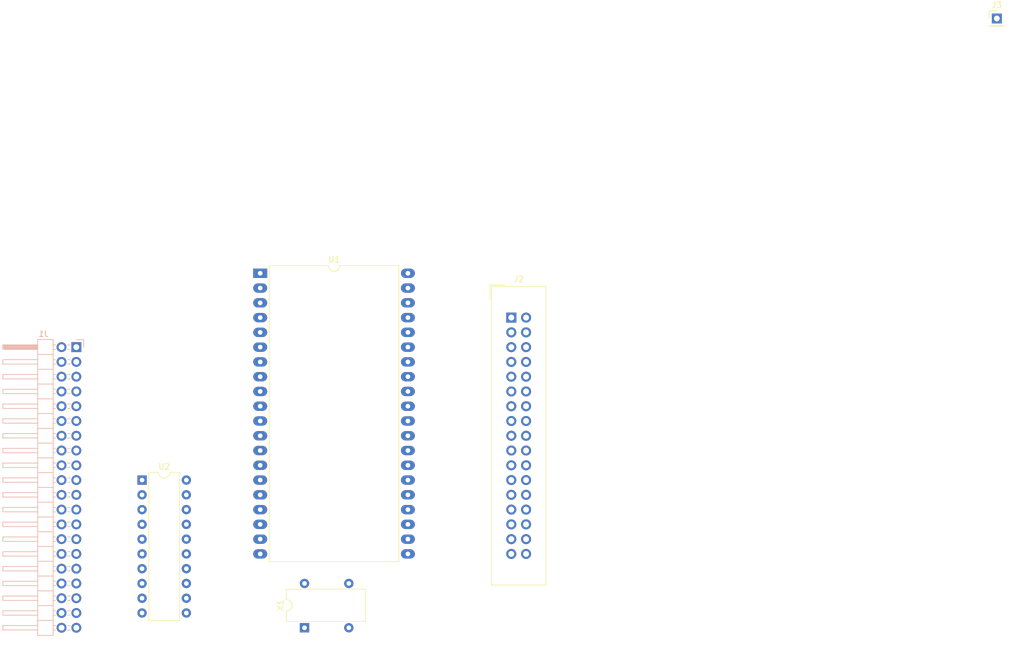
<source format=kicad_pcb>
(kicad_pcb (version 20171130) (host pcbnew "(5.1.5)-3")

  (general
    (thickness 1.6)
    (drawings 0)
    (tracks 0)
    (zones 0)
    (modules 6)
    (nets 42)
  )

  (page A4)
  (layers
    (0 F.Cu signal)
    (31 B.Cu signal)
    (32 B.Adhes user)
    (33 F.Adhes user)
    (34 B.Paste user)
    (35 F.Paste user)
    (36 B.SilkS user)
    (37 F.SilkS user)
    (38 B.Mask user)
    (39 F.Mask user)
    (40 Dwgs.User user)
    (41 Cmts.User user)
    (42 Eco1.User user)
    (43 Eco2.User user)
    (44 Edge.Cuts user)
    (45 Margin user)
    (46 B.CrtYd user)
    (47 F.CrtYd user)
    (48 B.Fab user)
    (49 F.Fab user)
  )

  (setup
    (last_trace_width 0.25)
    (trace_clearance 0.2)
    (zone_clearance 0.508)
    (zone_45_only no)
    (trace_min 0.2)
    (via_size 0.8)
    (via_drill 0.4)
    (via_min_size 0.4)
    (via_min_drill 0.3)
    (uvia_size 0.3)
    (uvia_drill 0.1)
    (uvias_allowed no)
    (uvia_min_size 0.2)
    (uvia_min_drill 0.1)
    (edge_width 0.05)
    (segment_width 0.2)
    (pcb_text_width 0.3)
    (pcb_text_size 1.5 1.5)
    (mod_edge_width 0.12)
    (mod_text_size 1 1)
    (mod_text_width 0.15)
    (pad_size 1.524 1.524)
    (pad_drill 0.762)
    (pad_to_mask_clearance 0.051)
    (solder_mask_min_width 0.25)
    (aux_axis_origin 0 0)
    (visible_elements FFFFFF7F)
    (pcbplotparams
      (layerselection 0x010fc_ffffffff)
      (usegerberextensions false)
      (usegerberattributes false)
      (usegerberadvancedattributes false)
      (creategerberjobfile false)
      (excludeedgelayer true)
      (linewidth 0.100000)
      (plotframeref false)
      (viasonmask false)
      (mode 1)
      (useauxorigin false)
      (hpglpennumber 1)
      (hpglpenspeed 20)
      (hpglpendiameter 15.000000)
      (psnegative false)
      (psa4output false)
      (plotreference true)
      (plotvalue true)
      (plotinvisibletext false)
      (padsonsilk false)
      (subtractmaskfromsilk false)
      (outputformat 1)
      (mirror false)
      (drillshape 1)
      (scaleselection 1)
      (outputdirectory ""))
  )

  (net 0 "")
  (net 1 5V)
  (net 2 GND)
  (net 3 /2000)
  (net 4 /CLK)
  (net 5 /~RESET)
  (net 6 /R~W)
  (net 7 /D7)
  (net 8 /D6)
  (net 9 /D5)
  (net 10 /A2)
  (net 11 /D4)
  (net 12 /A1)
  (net 13 /D3)
  (net 14 /A0)
  (net 15 /D2)
  (net 16 /D1)
  (net 17 /~INT)
  (net 18 /D0)
  (net 19 /~DC)
  (net 20 /~SIDE)
  (net 21 /~RDATA)
  (net 22 /~WP)
  (net 23 /~TR0)
  (net 24 /~WGATE)
  (net 25 /WDATA)
  (net 26 /~STWP)
  (net 27 /~DIR)
  (net 28 /~MOTEB)
  (net 29 /DSA)
  (net 30 /DSB)
  (net 31 /MOTEA)
  (net 32 /~IDX)
  (net 33 /DEN_SEL)
  (net 34 "Net-(U1-Pad19)")
  (net 35 "Net-(U1-Pad18)")
  (net 36 "Net-(U1-Pad17)")
  (net 37 "Net-(U1-Pad4)")
  (net 38 "Net-(U1-Pad23)")
  (net 39 "Net-(U1-Pad3)")
  (net 40 "Net-(U1-Pad2)")
  (net 41 "Net-(U1-Pad1)")

  (net_class Default "This is the default net class."
    (clearance 0.2)
    (trace_width 0.25)
    (via_dia 0.8)
    (via_drill 0.4)
    (uvia_dia 0.3)
    (uvia_drill 0.1)
    (add_net /2000)
    (add_net /4000)
    (add_net /6000)
    (add_net /A0)
    (add_net /A1)
    (add_net /A10)
    (add_net /A11)
    (add_net /A12)
    (add_net /A13)
    (add_net /A14)
    (add_net /A15)
    (add_net /A2)
    (add_net /A3)
    (add_net /A4)
    (add_net /A5)
    (add_net /A6)
    (add_net /A7)
    (add_net /A8)
    (add_net /A9)
    (add_net /C000)
    (add_net /CLK)
    (add_net /D0)
    (add_net /D1)
    (add_net /D2)
    (add_net /D3)
    (add_net /D4)
    (add_net /D5)
    (add_net /D6)
    (add_net /D7)
    (add_net /DEN_SEL)
    (add_net /DSA)
    (add_net /DSB)
    (add_net /MOTEA)
    (add_net /RDY)
    (add_net /R~W)
    (add_net /WDATA)
    (add_net /~DC)
    (add_net /~DIR)
    (add_net /~IDX)
    (add_net /~INT)
    (add_net /~MOTEB)
    (add_net /~RDATA)
    (add_net /~RESET)
    (add_net /~SIDE)
    (add_net /~STWP)
    (add_net /~TR0)
    (add_net /~WGATE)
    (add_net /~WP)
    (add_net 5V)
    (add_net GND)
    (add_net "Net-(J2-Pad4)")
    (add_net "Net-(J2-Pad6)")
    (add_net "Net-(U1-Pad1)")
    (add_net "Net-(U1-Pad15)")
    (add_net "Net-(U1-Pad17)")
    (add_net "Net-(U1-Pad18)")
    (add_net "Net-(U1-Pad19)")
    (add_net "Net-(U1-Pad2)")
    (add_net "Net-(U1-Pad23)")
    (add_net "Net-(U1-Pad3)")
    (add_net "Net-(U1-Pad35)")
    (add_net "Net-(U1-Pad4)")
    (add_net "Net-(U1-Pad5)")
    (add_net "Net-(U1-Pad6)")
    (add_net "Net-(U2-Pad11)")
    (add_net "Net-(U2-Pad12)")
    (add_net "Net-(U2-Pad8)")
    (add_net "Net-(U2-Pad9)")
  )

  (module Oscillator:Oscillator_SeikoEpson_SG-8002DC (layer F.Cu) (tedit 58CD3344) (tstamp 633D89B6)
    (at 142.24 124.46 90)
    (descr "8-lead dip package, row spacing 7.62 mm (300 mils)")
    (tags "DIL DIP PDIP 2.54mm 7.62mm 300mil")
    (path /64D083F6)
    (fp_text reference X1 (at 3.86 -4.14 90) (layer F.SilkS)
      (effects (font (size 1 1) (thickness 0.15)))
    )
    (fp_text value SG-531 (at 3.81 11.46 90) (layer F.Fab)
      (effects (font (size 1 1) (thickness 0.15)))
    )
    (fp_arc (start 3.86 -3.14) (end 2.86 -3.14) (angle -180) (layer F.SilkS) (width 0.12))
    (fp_line (start 8.75 -3.35) (end -1.05 -3.35) (layer F.CrtYd) (width 0.05))
    (fp_line (start 8.75 10.65) (end 8.75 -3.35) (layer F.CrtYd) (width 0.05))
    (fp_line (start -1.05 10.65) (end 8.75 10.65) (layer F.CrtYd) (width 0.05))
    (fp_line (start -1.05 -3.35) (end -1.05 10.65) (layer F.CrtYd) (width 0.05))
    (fp_line (start 6.63 -3.14) (end 4.86 -3.14) (layer F.SilkS) (width 0.12))
    (fp_line (start 6.63 10.46) (end 6.63 -3.14) (layer F.SilkS) (width 0.12))
    (fp_line (start 1.09 10.46) (end 6.63 10.46) (layer F.SilkS) (width 0.12))
    (fp_line (start 1.09 -3.14) (end 1.09 10.46) (layer F.SilkS) (width 0.12))
    (fp_line (start 2.86 -3.14) (end 1.09 -3.14) (layer F.SilkS) (width 0.12))
    (fp_line (start 0.69 -2.02) (end 1.69 -3.02) (layer F.Fab) (width 0.1))
    (fp_line (start 0.69 10.34) (end 0.69 -2.02) (layer F.Fab) (width 0.1))
    (fp_line (start 7.04 10.34) (end 0.69 10.34) (layer F.Fab) (width 0.1))
    (fp_line (start 7.04 -3.02) (end 7.04 10.34) (layer F.Fab) (width 0.1))
    (fp_line (start 1.69 -3.02) (end 7.04 -3.02) (layer F.Fab) (width 0.1))
    (fp_text user %R (at 3.865 3.66 90) (layer F.Fab)
      (effects (font (size 1 1) (thickness 0.15)))
    )
    (pad 8 thru_hole oval (at 7.62 0 90) (size 1.6 1.6) (drill 0.8) (layers *.Cu *.Mask)
      (net 1 5V))
    (pad 4 thru_hole oval (at 0 7.62 90) (size 1.6 1.6) (drill 0.8) (layers *.Cu *.Mask)
      (net 2 GND))
    (pad 5 thru_hole oval (at 7.62 7.62 90) (size 1.6 1.6) (drill 0.8) (layers *.Cu *.Mask)
      (net 38 "Net-(U1-Pad23)"))
    (pad 1 thru_hole rect (at 0 0 90) (size 1.6 1.6) (drill 0.8) (layers *.Cu *.Mask)
      (net 1 5V))
    (model ${KISYS3DMOD}/Oscillator.3dshapes/Oscillator_SeikoEpson_SG-8002DC.wrl
      (at (xyz 0 0 0))
      (scale (xyz 1 1 1))
      (rotate (xyz 0 0 0))
    )
  )

  (module Package_DIP:DIP-20_W7.62mm (layer F.Cu) (tedit 5A02E8C5) (tstamp 633D58A1)
    (at 114.3 99.06)
    (descr "20-lead though-hole mounted DIP package, row spacing 7.62 mm (300 mils)")
    (tags "THT DIP DIL PDIP 2.54mm 7.62mm 300mil")
    (path /64B535B9)
    (fp_text reference U2 (at 3.81 -2.33) (layer F.SilkS)
      (effects (font (size 1 1) (thickness 0.15)))
    )
    (fp_text value GAL16V8 (at 3.81 25.19) (layer F.Fab)
      (effects (font (size 1 1) (thickness 0.15)))
    )
    (fp_text user %R (at 3.81 11.43) (layer F.Fab)
      (effects (font (size 1 1) (thickness 0.15)))
    )
    (fp_line (start 8.7 -1.55) (end -1.1 -1.55) (layer F.CrtYd) (width 0.05))
    (fp_line (start 8.7 24.4) (end 8.7 -1.55) (layer F.CrtYd) (width 0.05))
    (fp_line (start -1.1 24.4) (end 8.7 24.4) (layer F.CrtYd) (width 0.05))
    (fp_line (start -1.1 -1.55) (end -1.1 24.4) (layer F.CrtYd) (width 0.05))
    (fp_line (start 6.46 -1.33) (end 4.81 -1.33) (layer F.SilkS) (width 0.12))
    (fp_line (start 6.46 24.19) (end 6.46 -1.33) (layer F.SilkS) (width 0.12))
    (fp_line (start 1.16 24.19) (end 6.46 24.19) (layer F.SilkS) (width 0.12))
    (fp_line (start 1.16 -1.33) (end 1.16 24.19) (layer F.SilkS) (width 0.12))
    (fp_line (start 2.81 -1.33) (end 1.16 -1.33) (layer F.SilkS) (width 0.12))
    (fp_line (start 0.635 -0.27) (end 1.635 -1.27) (layer F.Fab) (width 0.1))
    (fp_line (start 0.635 24.13) (end 0.635 -0.27) (layer F.Fab) (width 0.1))
    (fp_line (start 6.985 24.13) (end 0.635 24.13) (layer F.Fab) (width 0.1))
    (fp_line (start 6.985 -1.27) (end 6.985 24.13) (layer F.Fab) (width 0.1))
    (fp_line (start 1.635 -1.27) (end 6.985 -1.27) (layer F.Fab) (width 0.1))
    (fp_arc (start 3.81 -1.33) (end 2.81 -1.33) (angle -180) (layer F.SilkS) (width 0.12))
    (pad 20 thru_hole oval (at 7.62 0) (size 1.6 1.6) (drill 0.8) (layers *.Cu *.Mask)
      (net 1 5V))
    (pad 10 thru_hole oval (at 0 22.86) (size 1.6 1.6) (drill 0.8) (layers *.Cu *.Mask)
      (net 2 GND))
    (pad 19 thru_hole oval (at 7.62 2.54) (size 1.6 1.6) (drill 0.8) (layers *.Cu *.Mask)
      (net 41 "Net-(U1-Pad1)"))
    (pad 9 thru_hole oval (at 0 20.32) (size 1.6 1.6) (drill 0.8) (layers *.Cu *.Mask))
    (pad 18 thru_hole oval (at 7.62 5.08) (size 1.6 1.6) (drill 0.8) (layers *.Cu *.Mask)
      (net 40 "Net-(U1-Pad2)"))
    (pad 8 thru_hole oval (at 0 17.78) (size 1.6 1.6) (drill 0.8) (layers *.Cu *.Mask))
    (pad 17 thru_hole oval (at 7.62 7.62) (size 1.6 1.6) (drill 0.8) (layers *.Cu *.Mask)
      (net 37 "Net-(U1-Pad4)"))
    (pad 7 thru_hole oval (at 0 15.24) (size 1.6 1.6) (drill 0.8) (layers *.Cu *.Mask)
      (net 6 /R~W))
    (pad 16 thru_hole oval (at 7.62 10.16) (size 1.6 1.6) (drill 0.8) (layers *.Cu *.Mask)
      (net 39 "Net-(U1-Pad3)"))
    (pad 6 thru_hole oval (at 0 12.7) (size 1.6 1.6) (drill 0.8) (layers *.Cu *.Mask)
      (net 5 /~RESET))
    (pad 15 thru_hole oval (at 7.62 12.7) (size 1.6 1.6) (drill 0.8) (layers *.Cu *.Mask)
      (net 36 "Net-(U1-Pad17)"))
    (pad 5 thru_hole oval (at 0 10.16) (size 1.6 1.6) (drill 0.8) (layers *.Cu *.Mask)
      (net 3 /2000))
    (pad 14 thru_hole oval (at 7.62 15.24) (size 1.6 1.6) (drill 0.8) (layers *.Cu *.Mask)
      (net 35 "Net-(U1-Pad18)"))
    (pad 4 thru_hole oval (at 0 7.62) (size 1.6 1.6) (drill 0.8) (layers *.Cu *.Mask)
      (net 10 /A2))
    (pad 13 thru_hole oval (at 7.62 17.78) (size 1.6 1.6) (drill 0.8) (layers *.Cu *.Mask)
      (net 34 "Net-(U1-Pad19)"))
    (pad 3 thru_hole oval (at 0 5.08) (size 1.6 1.6) (drill 0.8) (layers *.Cu *.Mask)
      (net 12 /A1))
    (pad 12 thru_hole oval (at 7.62 20.32) (size 1.6 1.6) (drill 0.8) (layers *.Cu *.Mask))
    (pad 2 thru_hole oval (at 0 2.54) (size 1.6 1.6) (drill 0.8) (layers *.Cu *.Mask)
      (net 14 /A0))
    (pad 11 thru_hole oval (at 7.62 22.86) (size 1.6 1.6) (drill 0.8) (layers *.Cu *.Mask))
    (pad 1 thru_hole rect (at 0 0) (size 1.6 1.6) (drill 0.8) (layers *.Cu *.Mask)
      (net 4 /CLK))
    (model ${KISYS3DMOD}/Package_DIP.3dshapes/DIP-20_W7.62mm.wrl
      (at (xyz 0 0 0))
      (scale (xyz 1 1 1))
      (rotate (xyz 0 0 0))
    )
  )

  (module Package_DIP:DIP-40_W25.4mm_LongPads (layer F.Cu) (tedit 5A02E8C5) (tstamp 633D5879)
    (at 134.62 63.5)
    (descr "40-lead though-hole mounted DIP package, row spacing 25.4 mm (1000 mils), LongPads")
    (tags "THT DIP DIL PDIP 2.54mm 25.4mm 1000mil LongPads")
    (path /649D3871)
    (fp_text reference U1 (at 12.7 -2.33) (layer F.SilkS)
      (effects (font (size 1 1) (thickness 0.15)))
    )
    (fp_text value WD37C65C (at 12.7 50.59) (layer F.Fab)
      (effects (font (size 1 1) (thickness 0.15)))
    )
    (fp_text user %R (at 12.7 24.13) (layer F.Fab)
      (effects (font (size 1 1) (thickness 0.15)))
    )
    (fp_line (start 26.85 -1.55) (end -1.45 -1.55) (layer F.CrtYd) (width 0.05))
    (fp_line (start 26.85 49.8) (end 26.85 -1.55) (layer F.CrtYd) (width 0.05))
    (fp_line (start -1.45 49.8) (end 26.85 49.8) (layer F.CrtYd) (width 0.05))
    (fp_line (start -1.45 -1.55) (end -1.45 49.8) (layer F.CrtYd) (width 0.05))
    (fp_line (start 23.84 -1.33) (end 13.7 -1.33) (layer F.SilkS) (width 0.12))
    (fp_line (start 23.84 49.59) (end 23.84 -1.33) (layer F.SilkS) (width 0.12))
    (fp_line (start 1.56 49.59) (end 23.84 49.59) (layer F.SilkS) (width 0.12))
    (fp_line (start 1.56 -1.33) (end 1.56 49.59) (layer F.SilkS) (width 0.12))
    (fp_line (start 11.7 -1.33) (end 1.56 -1.33) (layer F.SilkS) (width 0.12))
    (fp_line (start 0.255 -0.27) (end 1.255 -1.27) (layer F.Fab) (width 0.1))
    (fp_line (start 0.255 49.53) (end 0.255 -0.27) (layer F.Fab) (width 0.1))
    (fp_line (start 25.145 49.53) (end 0.255 49.53) (layer F.Fab) (width 0.1))
    (fp_line (start 25.145 -1.27) (end 25.145 49.53) (layer F.Fab) (width 0.1))
    (fp_line (start 1.255 -1.27) (end 25.145 -1.27) (layer F.Fab) (width 0.1))
    (fp_arc (start 12.7 -1.33) (end 11.7 -1.33) (angle -180) (layer F.SilkS) (width 0.12))
    (pad 40 thru_hole oval (at 25.4 0) (size 2.4 1.6) (drill 0.8) (layers *.Cu *.Mask)
      (net 1 5V))
    (pad 20 thru_hole oval (at 0 48.26) (size 2.4 1.6) (drill 0.8) (layers *.Cu *.Mask)
      (net 21 /~RDATA))
    (pad 39 thru_hole oval (at 25.4 2.54) (size 2.4 1.6) (drill 0.8) (layers *.Cu *.Mask)
      (net 32 /~IDX))
    (pad 19 thru_hole oval (at 0 45.72) (size 2.4 1.6) (drill 0.8) (layers *.Cu *.Mask)
      (net 34 "Net-(U1-Pad19)"))
    (pad 38 thru_hole oval (at 25.4 5.08) (size 2.4 1.6) (drill 0.8) (layers *.Cu *.Mask)
      (net 23 /~TR0))
    (pad 18 thru_hole oval (at 0 43.18) (size 2.4 1.6) (drill 0.8) (layers *.Cu *.Mask)
      (net 35 "Net-(U1-Pad18)"))
    (pad 37 thru_hole oval (at 25.4 7.62) (size 2.4 1.6) (drill 0.8) (layers *.Cu *.Mask)
      (net 22 /~WP))
    (pad 17 thru_hole oval (at 0 40.64) (size 2.4 1.6) (drill 0.8) (layers *.Cu *.Mask)
      (net 36 "Net-(U1-Pad17)"))
    (pad 36 thru_hole oval (at 25.4 10.16) (size 2.4 1.6) (drill 0.8) (layers *.Cu *.Mask)
      (net 33 /DEN_SEL))
    (pad 16 thru_hole oval (at 0 38.1) (size 2.4 1.6) (drill 0.8) (layers *.Cu *.Mask)
      (net 17 /~INT))
    (pad 35 thru_hole oval (at 25.4 12.7) (size 2.4 1.6) (drill 0.8) (layers *.Cu *.Mask))
    (pad 15 thru_hole oval (at 0 35.56) (size 2.4 1.6) (drill 0.8) (layers *.Cu *.Mask))
    (pad 34 thru_hole oval (at 25.4 15.24) (size 2.4 1.6) (drill 0.8) (layers *.Cu *.Mask)
      (net 28 /~MOTEB))
    (pad 14 thru_hole oval (at 0 33.02) (size 2.4 1.6) (drill 0.8) (layers *.Cu *.Mask)
      (net 7 /D7))
    (pad 33 thru_hole oval (at 25.4 17.78) (size 2.4 1.6) (drill 0.8) (layers *.Cu *.Mask)
      (net 31 /MOTEA))
    (pad 13 thru_hole oval (at 0 30.48) (size 2.4 1.6) (drill 0.8) (layers *.Cu *.Mask)
      (net 8 /D6))
    (pad 32 thru_hole oval (at 25.4 20.32) (size 2.4 1.6) (drill 0.8) (layers *.Cu *.Mask)
      (net 30 /DSB))
    (pad 12 thru_hole oval (at 0 27.94) (size 2.4 1.6) (drill 0.8) (layers *.Cu *.Mask)
      (net 9 /D5))
    (pad 31 thru_hole oval (at 25.4 22.86) (size 2.4 1.6) (drill 0.8) (layers *.Cu *.Mask)
      (net 2 GND))
    (pad 11 thru_hole oval (at 0 25.4) (size 2.4 1.6) (drill 0.8) (layers *.Cu *.Mask)
      (net 11 /D4))
    (pad 30 thru_hole oval (at 25.4 25.4) (size 2.4 1.6) (drill 0.8) (layers *.Cu *.Mask)
      (net 29 /DSA))
    (pad 10 thru_hole oval (at 0 22.86) (size 2.4 1.6) (drill 0.8) (layers *.Cu *.Mask)
      (net 13 /D3))
    (pad 29 thru_hole oval (at 25.4 27.94) (size 2.4 1.6) (drill 0.8) (layers *.Cu *.Mask)
      (net 26 /~STWP))
    (pad 9 thru_hole oval (at 0 20.32) (size 2.4 1.6) (drill 0.8) (layers *.Cu *.Mask)
      (net 15 /D2))
    (pad 28 thru_hole oval (at 25.4 30.48) (size 2.4 1.6) (drill 0.8) (layers *.Cu *.Mask)
      (net 27 /~DIR))
    (pad 8 thru_hole oval (at 0 17.78) (size 2.4 1.6) (drill 0.8) (layers *.Cu *.Mask)
      (net 16 /D1))
    (pad 27 thru_hole oval (at 25.4 33.02) (size 2.4 1.6) (drill 0.8) (layers *.Cu *.Mask)
      (net 25 /WDATA))
    (pad 7 thru_hole oval (at 0 15.24) (size 2.4 1.6) (drill 0.8) (layers *.Cu *.Mask)
      (net 18 /D0))
    (pad 26 thru_hole oval (at 25.4 35.56) (size 2.4 1.6) (drill 0.8) (layers *.Cu *.Mask)
      (net 24 /~WGATE))
    (pad 6 thru_hole oval (at 0 12.7) (size 2.4 1.6) (drill 0.8) (layers *.Cu *.Mask))
    (pad 25 thru_hole oval (at 25.4 38.1) (size 2.4 1.6) (drill 0.8) (layers *.Cu *.Mask)
      (net 20 /~SIDE))
    (pad 5 thru_hole oval (at 0 10.16) (size 2.4 1.6) (drill 0.8) (layers *.Cu *.Mask))
    (pad 24 thru_hole oval (at 25.4 40.64) (size 2.4 1.6) (drill 0.8) (layers *.Cu *.Mask)
      (net 1 5V))
    (pad 4 thru_hole oval (at 0 7.62) (size 2.4 1.6) (drill 0.8) (layers *.Cu *.Mask)
      (net 37 "Net-(U1-Pad4)"))
    (pad 23 thru_hole oval (at 25.4 43.18) (size 2.4 1.6) (drill 0.8) (layers *.Cu *.Mask)
      (net 38 "Net-(U1-Pad23)"))
    (pad 3 thru_hole oval (at 0 5.08) (size 2.4 1.6) (drill 0.8) (layers *.Cu *.Mask)
      (net 39 "Net-(U1-Pad3)"))
    (pad 22 thru_hole oval (at 25.4 45.72) (size 2.4 1.6) (drill 0.8) (layers *.Cu *.Mask)
      (net 2 GND))
    (pad 2 thru_hole oval (at 0 2.54) (size 2.4 1.6) (drill 0.8) (layers *.Cu *.Mask)
      (net 40 "Net-(U1-Pad2)"))
    (pad 21 thru_hole oval (at 25.4 48.26) (size 2.4 1.6) (drill 0.8) (layers *.Cu *.Mask)
      (net 2 GND))
    (pad 1 thru_hole rect (at 0 0) (size 2.4 1.6) (drill 0.8) (layers *.Cu *.Mask)
      (net 41 "Net-(U1-Pad1)"))
    (model ${KISYS3DMOD}/Package_DIP.3dshapes/DIP-40_W25.4mm.wrl
      (at (xyz 0 0 0))
      (scale (xyz 1 1 1))
      (rotate (xyz 0 0 0))
    )
  )

  (module Connector_PinHeader_2.54mm:PinHeader_1x01_P2.54mm_Vertical (layer F.Cu) (tedit 59FED5CC) (tstamp 633D583D)
    (at 261.299001 19.681001)
    (descr "Through hole straight pin header, 1x01, 2.54mm pitch, single row")
    (tags "Through hole pin header THT 1x01 2.54mm single row")
    (path /64C8DF26)
    (fp_text reference J3 (at 0 -2.33) (layer F.SilkS)
      (effects (font (size 1 1) (thickness 0.15)))
    )
    (fp_text value Conn_01x01 (at 0 2.33) (layer F.Fab)
      (effects (font (size 1 1) (thickness 0.15)))
    )
    (fp_text user %R (at 0 0 90) (layer F.Fab)
      (effects (font (size 1 1) (thickness 0.15)))
    )
    (fp_line (start 1.8 -1.8) (end -1.8 -1.8) (layer F.CrtYd) (width 0.05))
    (fp_line (start 1.8 1.8) (end 1.8 -1.8) (layer F.CrtYd) (width 0.05))
    (fp_line (start -1.8 1.8) (end 1.8 1.8) (layer F.CrtYd) (width 0.05))
    (fp_line (start -1.8 -1.8) (end -1.8 1.8) (layer F.CrtYd) (width 0.05))
    (fp_line (start -1.33 -1.33) (end 0 -1.33) (layer F.SilkS) (width 0.12))
    (fp_line (start -1.33 0) (end -1.33 -1.33) (layer F.SilkS) (width 0.12))
    (fp_line (start -1.33 1.27) (end 1.33 1.27) (layer F.SilkS) (width 0.12))
    (fp_line (start 1.33 1.27) (end 1.33 1.33) (layer F.SilkS) (width 0.12))
    (fp_line (start -1.33 1.27) (end -1.33 1.33) (layer F.SilkS) (width 0.12))
    (fp_line (start -1.33 1.33) (end 1.33 1.33) (layer F.SilkS) (width 0.12))
    (fp_line (start -1.27 -0.635) (end -0.635 -1.27) (layer F.Fab) (width 0.1))
    (fp_line (start -1.27 1.27) (end -1.27 -0.635) (layer F.Fab) (width 0.1))
    (fp_line (start 1.27 1.27) (end -1.27 1.27) (layer F.Fab) (width 0.1))
    (fp_line (start 1.27 -1.27) (end 1.27 1.27) (layer F.Fab) (width 0.1))
    (fp_line (start -0.635 -1.27) (end 1.27 -1.27) (layer F.Fab) (width 0.1))
    (pad 1 thru_hole rect (at 0 0) (size 1.7 1.7) (drill 1) (layers *.Cu *.Mask)
      (net 19 /~DC))
    (model ${KISYS3DMOD}/Connector_PinHeader_2.54mm.3dshapes/PinHeader_1x01_P2.54mm_Vertical.wrl
      (at (xyz 0 0 0))
      (scale (xyz 1 1 1))
      (rotate (xyz 0 0 0))
    )
  )

  (module Connector_IDC:IDC-Header_2x17_P2.54mm_Vertical (layer F.Cu) (tedit 59DE1241) (tstamp 633D5828)
    (at 177.8 71.12)
    (descr "Through hole straight IDC box header, 2x17, 2.54mm pitch, double rows")
    (tags "Through hole IDC box header THT 2x17 2.54mm double row")
    (path /64A3E37E)
    (fp_text reference J2 (at 1.27 -6.604) (layer F.SilkS)
      (effects (font (size 1 1) (thickness 0.15)))
    )
    (fp_text value FDC (at 1.27 47.244) (layer F.Fab)
      (effects (font (size 1 1) (thickness 0.15)))
    )
    (fp_line (start -3.655 -5.6) (end -1.115 -5.6) (layer F.SilkS) (width 0.12))
    (fp_line (start -3.655 -5.6) (end -3.655 -3.06) (layer F.SilkS) (width 0.12))
    (fp_line (start -3.405 -5.35) (end 5.945 -5.35) (layer F.SilkS) (width 0.12))
    (fp_line (start -3.405 45.99) (end -3.405 -5.35) (layer F.SilkS) (width 0.12))
    (fp_line (start 5.945 45.99) (end -3.405 45.99) (layer F.SilkS) (width 0.12))
    (fp_line (start 5.945 -5.35) (end 5.945 45.99) (layer F.SilkS) (width 0.12))
    (fp_line (start -3.41 -5.35) (end 5.95 -5.35) (layer F.CrtYd) (width 0.05))
    (fp_line (start -3.41 45.99) (end -3.41 -5.35) (layer F.CrtYd) (width 0.05))
    (fp_line (start 5.95 45.99) (end -3.41 45.99) (layer F.CrtYd) (width 0.05))
    (fp_line (start 5.95 -5.35) (end 5.95 45.99) (layer F.CrtYd) (width 0.05))
    (fp_line (start -3.155 45.74) (end -2.605 45.18) (layer F.Fab) (width 0.1))
    (fp_line (start -3.155 -5.1) (end -2.605 -4.56) (layer F.Fab) (width 0.1))
    (fp_line (start 5.695 45.74) (end 5.145 45.18) (layer F.Fab) (width 0.1))
    (fp_line (start 5.695 -5.1) (end 5.145 -4.56) (layer F.Fab) (width 0.1))
    (fp_line (start 5.145 45.18) (end -2.605 45.18) (layer F.Fab) (width 0.1))
    (fp_line (start 5.695 45.74) (end -3.155 45.74) (layer F.Fab) (width 0.1))
    (fp_line (start 5.145 -4.56) (end -2.605 -4.56) (layer F.Fab) (width 0.1))
    (fp_line (start 5.695 -5.1) (end -3.155 -5.1) (layer F.Fab) (width 0.1))
    (fp_line (start -2.605 22.57) (end -3.155 22.57) (layer F.Fab) (width 0.1))
    (fp_line (start -2.605 18.07) (end -3.155 18.07) (layer F.Fab) (width 0.1))
    (fp_line (start -2.605 22.57) (end -2.605 45.18) (layer F.Fab) (width 0.1))
    (fp_line (start -2.605 -4.56) (end -2.605 18.07) (layer F.Fab) (width 0.1))
    (fp_line (start -3.155 -5.1) (end -3.155 45.74) (layer F.Fab) (width 0.1))
    (fp_line (start 5.145 -4.56) (end 5.145 45.18) (layer F.Fab) (width 0.1))
    (fp_line (start 5.695 -5.1) (end 5.695 45.74) (layer F.Fab) (width 0.1))
    (fp_text user %R (at 1.27 20.32) (layer F.Fab)
      (effects (font (size 1 1) (thickness 0.15)))
    )
    (pad 34 thru_hole oval (at 2.54 40.64) (size 1.7272 1.7272) (drill 1.016) (layers *.Cu *.Mask)
      (net 19 /~DC))
    (pad 33 thru_hole oval (at 0 40.64) (size 1.7272 1.7272) (drill 1.016) (layers *.Cu *.Mask)
      (net 2 GND))
    (pad 32 thru_hole oval (at 2.54 38.1) (size 1.7272 1.7272) (drill 1.016) (layers *.Cu *.Mask)
      (net 20 /~SIDE))
    (pad 31 thru_hole oval (at 0 38.1) (size 1.7272 1.7272) (drill 1.016) (layers *.Cu *.Mask)
      (net 2 GND))
    (pad 30 thru_hole oval (at 2.54 35.56) (size 1.7272 1.7272) (drill 1.016) (layers *.Cu *.Mask)
      (net 21 /~RDATA))
    (pad 29 thru_hole oval (at 0 35.56) (size 1.7272 1.7272) (drill 1.016) (layers *.Cu *.Mask)
      (net 2 GND))
    (pad 28 thru_hole oval (at 2.54 33.02) (size 1.7272 1.7272) (drill 1.016) (layers *.Cu *.Mask)
      (net 22 /~WP))
    (pad 27 thru_hole oval (at 0 33.02) (size 1.7272 1.7272) (drill 1.016) (layers *.Cu *.Mask)
      (net 2 GND))
    (pad 26 thru_hole oval (at 2.54 30.48) (size 1.7272 1.7272) (drill 1.016) (layers *.Cu *.Mask)
      (net 23 /~TR0))
    (pad 25 thru_hole oval (at 0 30.48) (size 1.7272 1.7272) (drill 1.016) (layers *.Cu *.Mask)
      (net 2 GND))
    (pad 24 thru_hole oval (at 2.54 27.94) (size 1.7272 1.7272) (drill 1.016) (layers *.Cu *.Mask)
      (net 24 /~WGATE))
    (pad 23 thru_hole oval (at 0 27.94) (size 1.7272 1.7272) (drill 1.016) (layers *.Cu *.Mask)
      (net 2 GND))
    (pad 22 thru_hole oval (at 2.54 25.4) (size 1.7272 1.7272) (drill 1.016) (layers *.Cu *.Mask)
      (net 25 /WDATA))
    (pad 21 thru_hole oval (at 0 25.4) (size 1.7272 1.7272) (drill 1.016) (layers *.Cu *.Mask)
      (net 2 GND))
    (pad 20 thru_hole oval (at 2.54 22.86) (size 1.7272 1.7272) (drill 1.016) (layers *.Cu *.Mask)
      (net 26 /~STWP))
    (pad 19 thru_hole oval (at 0 22.86) (size 1.7272 1.7272) (drill 1.016) (layers *.Cu *.Mask)
      (net 2 GND))
    (pad 18 thru_hole oval (at 2.54 20.32) (size 1.7272 1.7272) (drill 1.016) (layers *.Cu *.Mask)
      (net 27 /~DIR))
    (pad 17 thru_hole oval (at 0 20.32) (size 1.7272 1.7272) (drill 1.016) (layers *.Cu *.Mask)
      (net 2 GND))
    (pad 16 thru_hole oval (at 2.54 17.78) (size 1.7272 1.7272) (drill 1.016) (layers *.Cu *.Mask)
      (net 28 /~MOTEB))
    (pad 15 thru_hole oval (at 0 17.78) (size 1.7272 1.7272) (drill 1.016) (layers *.Cu *.Mask)
      (net 2 GND))
    (pad 14 thru_hole oval (at 2.54 15.24) (size 1.7272 1.7272) (drill 1.016) (layers *.Cu *.Mask)
      (net 29 /DSA))
    (pad 13 thru_hole oval (at 0 15.24) (size 1.7272 1.7272) (drill 1.016) (layers *.Cu *.Mask)
      (net 2 GND))
    (pad 12 thru_hole oval (at 2.54 12.7) (size 1.7272 1.7272) (drill 1.016) (layers *.Cu *.Mask)
      (net 30 /DSB))
    (pad 11 thru_hole oval (at 0 12.7) (size 1.7272 1.7272) (drill 1.016) (layers *.Cu *.Mask)
      (net 2 GND))
    (pad 10 thru_hole oval (at 2.54 10.16) (size 1.7272 1.7272) (drill 1.016) (layers *.Cu *.Mask)
      (net 31 /MOTEA))
    (pad 9 thru_hole oval (at 0 10.16) (size 1.7272 1.7272) (drill 1.016) (layers *.Cu *.Mask)
      (net 2 GND))
    (pad 8 thru_hole oval (at 2.54 7.62) (size 1.7272 1.7272) (drill 1.016) (layers *.Cu *.Mask)
      (net 32 /~IDX))
    (pad 7 thru_hole oval (at 0 7.62) (size 1.7272 1.7272) (drill 1.016) (layers *.Cu *.Mask)
      (net 2 GND))
    (pad 6 thru_hole oval (at 2.54 5.08) (size 1.7272 1.7272) (drill 1.016) (layers *.Cu *.Mask))
    (pad 5 thru_hole oval (at 0 5.08) (size 1.7272 1.7272) (drill 1.016) (layers *.Cu *.Mask)
      (net 2 GND))
    (pad 4 thru_hole oval (at 2.54 2.54) (size 1.7272 1.7272) (drill 1.016) (layers *.Cu *.Mask))
    (pad 3 thru_hole oval (at 0 2.54) (size 1.7272 1.7272) (drill 1.016) (layers *.Cu *.Mask)
      (net 2 GND))
    (pad 2 thru_hole oval (at 2.54 0) (size 1.7272 1.7272) (drill 1.016) (layers *.Cu *.Mask)
      (net 33 /DEN_SEL))
    (pad 1 thru_hole rect (at 0 0) (size 1.7272 1.7272) (drill 1.016) (layers *.Cu *.Mask)
      (net 2 GND))
    (model ${KISYS3DMOD}/Connector_IDC.3dshapes/IDC-Header_2x17_P2.54mm_Vertical.wrl
      (at (xyz 0 0 0))
      (scale (xyz 1 1 1))
      (rotate (xyz 0 0 0))
    )
  )

  (module Connector_PinHeader_2.54mm:PinHeader_2x20_P2.54mm_Horizontal (layer B.Cu) (tedit 59FED5CB) (tstamp 633D57E8)
    (at 102.997 76.2 180)
    (descr "Through hole angled pin header, 2x20, 2.54mm pitch, 6mm pin length, double rows")
    (tags "Through hole angled pin header THT 2x20 2.54mm double row")
    (path /649D58DD)
    (fp_text reference J1 (at 5.655 2.27) (layer B.SilkS)
      (effects (font (size 1 1) (thickness 0.15)) (justify mirror))
    )
    (fp_text value FDC_Backplane (at 5.655 -50.53) (layer B.Fab)
      (effects (font (size 1 1) (thickness 0.15)) (justify mirror))
    )
    (fp_text user %R (at 5.31 -24.13 270) (layer B.Fab)
      (effects (font (size 1 1) (thickness 0.15)) (justify mirror))
    )
    (fp_line (start 13.1 1.8) (end -1.8 1.8) (layer B.CrtYd) (width 0.05))
    (fp_line (start 13.1 -50.05) (end 13.1 1.8) (layer B.CrtYd) (width 0.05))
    (fp_line (start -1.8 -50.05) (end 13.1 -50.05) (layer B.CrtYd) (width 0.05))
    (fp_line (start -1.8 1.8) (end -1.8 -50.05) (layer B.CrtYd) (width 0.05))
    (fp_line (start -1.27 1.27) (end 0 1.27) (layer B.SilkS) (width 0.12))
    (fp_line (start -1.27 0) (end -1.27 1.27) (layer B.SilkS) (width 0.12))
    (fp_line (start 1.042929 -48.64) (end 1.497071 -48.64) (layer B.SilkS) (width 0.12))
    (fp_line (start 1.042929 -47.88) (end 1.497071 -47.88) (layer B.SilkS) (width 0.12))
    (fp_line (start 3.582929 -48.64) (end 3.98 -48.64) (layer B.SilkS) (width 0.12))
    (fp_line (start 3.582929 -47.88) (end 3.98 -47.88) (layer B.SilkS) (width 0.12))
    (fp_line (start 12.64 -48.64) (end 6.64 -48.64) (layer B.SilkS) (width 0.12))
    (fp_line (start 12.64 -47.88) (end 12.64 -48.64) (layer B.SilkS) (width 0.12))
    (fp_line (start 6.64 -47.88) (end 12.64 -47.88) (layer B.SilkS) (width 0.12))
    (fp_line (start 3.98 -46.99) (end 6.64 -46.99) (layer B.SilkS) (width 0.12))
    (fp_line (start 1.042929 -46.1) (end 1.497071 -46.1) (layer B.SilkS) (width 0.12))
    (fp_line (start 1.042929 -45.34) (end 1.497071 -45.34) (layer B.SilkS) (width 0.12))
    (fp_line (start 3.582929 -46.1) (end 3.98 -46.1) (layer B.SilkS) (width 0.12))
    (fp_line (start 3.582929 -45.34) (end 3.98 -45.34) (layer B.SilkS) (width 0.12))
    (fp_line (start 12.64 -46.1) (end 6.64 -46.1) (layer B.SilkS) (width 0.12))
    (fp_line (start 12.64 -45.34) (end 12.64 -46.1) (layer B.SilkS) (width 0.12))
    (fp_line (start 6.64 -45.34) (end 12.64 -45.34) (layer B.SilkS) (width 0.12))
    (fp_line (start 3.98 -44.45) (end 6.64 -44.45) (layer B.SilkS) (width 0.12))
    (fp_line (start 1.042929 -43.56) (end 1.497071 -43.56) (layer B.SilkS) (width 0.12))
    (fp_line (start 1.042929 -42.8) (end 1.497071 -42.8) (layer B.SilkS) (width 0.12))
    (fp_line (start 3.582929 -43.56) (end 3.98 -43.56) (layer B.SilkS) (width 0.12))
    (fp_line (start 3.582929 -42.8) (end 3.98 -42.8) (layer B.SilkS) (width 0.12))
    (fp_line (start 12.64 -43.56) (end 6.64 -43.56) (layer B.SilkS) (width 0.12))
    (fp_line (start 12.64 -42.8) (end 12.64 -43.56) (layer B.SilkS) (width 0.12))
    (fp_line (start 6.64 -42.8) (end 12.64 -42.8) (layer B.SilkS) (width 0.12))
    (fp_line (start 3.98 -41.91) (end 6.64 -41.91) (layer B.SilkS) (width 0.12))
    (fp_line (start 1.042929 -41.02) (end 1.497071 -41.02) (layer B.SilkS) (width 0.12))
    (fp_line (start 1.042929 -40.26) (end 1.497071 -40.26) (layer B.SilkS) (width 0.12))
    (fp_line (start 3.582929 -41.02) (end 3.98 -41.02) (layer B.SilkS) (width 0.12))
    (fp_line (start 3.582929 -40.26) (end 3.98 -40.26) (layer B.SilkS) (width 0.12))
    (fp_line (start 12.64 -41.02) (end 6.64 -41.02) (layer B.SilkS) (width 0.12))
    (fp_line (start 12.64 -40.26) (end 12.64 -41.02) (layer B.SilkS) (width 0.12))
    (fp_line (start 6.64 -40.26) (end 12.64 -40.26) (layer B.SilkS) (width 0.12))
    (fp_line (start 3.98 -39.37) (end 6.64 -39.37) (layer B.SilkS) (width 0.12))
    (fp_line (start 1.042929 -38.48) (end 1.497071 -38.48) (layer B.SilkS) (width 0.12))
    (fp_line (start 1.042929 -37.72) (end 1.497071 -37.72) (layer B.SilkS) (width 0.12))
    (fp_line (start 3.582929 -38.48) (end 3.98 -38.48) (layer B.SilkS) (width 0.12))
    (fp_line (start 3.582929 -37.72) (end 3.98 -37.72) (layer B.SilkS) (width 0.12))
    (fp_line (start 12.64 -38.48) (end 6.64 -38.48) (layer B.SilkS) (width 0.12))
    (fp_line (start 12.64 -37.72) (end 12.64 -38.48) (layer B.SilkS) (width 0.12))
    (fp_line (start 6.64 -37.72) (end 12.64 -37.72) (layer B.SilkS) (width 0.12))
    (fp_line (start 3.98 -36.83) (end 6.64 -36.83) (layer B.SilkS) (width 0.12))
    (fp_line (start 1.042929 -35.94) (end 1.497071 -35.94) (layer B.SilkS) (width 0.12))
    (fp_line (start 1.042929 -35.18) (end 1.497071 -35.18) (layer B.SilkS) (width 0.12))
    (fp_line (start 3.582929 -35.94) (end 3.98 -35.94) (layer B.SilkS) (width 0.12))
    (fp_line (start 3.582929 -35.18) (end 3.98 -35.18) (layer B.SilkS) (width 0.12))
    (fp_line (start 12.64 -35.94) (end 6.64 -35.94) (layer B.SilkS) (width 0.12))
    (fp_line (start 12.64 -35.18) (end 12.64 -35.94) (layer B.SilkS) (width 0.12))
    (fp_line (start 6.64 -35.18) (end 12.64 -35.18) (layer B.SilkS) (width 0.12))
    (fp_line (start 3.98 -34.29) (end 6.64 -34.29) (layer B.SilkS) (width 0.12))
    (fp_line (start 1.042929 -33.4) (end 1.497071 -33.4) (layer B.SilkS) (width 0.12))
    (fp_line (start 1.042929 -32.64) (end 1.497071 -32.64) (layer B.SilkS) (width 0.12))
    (fp_line (start 3.582929 -33.4) (end 3.98 -33.4) (layer B.SilkS) (width 0.12))
    (fp_line (start 3.582929 -32.64) (end 3.98 -32.64) (layer B.SilkS) (width 0.12))
    (fp_line (start 12.64 -33.4) (end 6.64 -33.4) (layer B.SilkS) (width 0.12))
    (fp_line (start 12.64 -32.64) (end 12.64 -33.4) (layer B.SilkS) (width 0.12))
    (fp_line (start 6.64 -32.64) (end 12.64 -32.64) (layer B.SilkS) (width 0.12))
    (fp_line (start 3.98 -31.75) (end 6.64 -31.75) (layer B.SilkS) (width 0.12))
    (fp_line (start 1.042929 -30.86) (end 1.497071 -30.86) (layer B.SilkS) (width 0.12))
    (fp_line (start 1.042929 -30.1) (end 1.497071 -30.1) (layer B.SilkS) (width 0.12))
    (fp_line (start 3.582929 -30.86) (end 3.98 -30.86) (layer B.SilkS) (width 0.12))
    (fp_line (start 3.582929 -30.1) (end 3.98 -30.1) (layer B.SilkS) (width 0.12))
    (fp_line (start 12.64 -30.86) (end 6.64 -30.86) (layer B.SilkS) (width 0.12))
    (fp_line (start 12.64 -30.1) (end 12.64 -30.86) (layer B.SilkS) (width 0.12))
    (fp_line (start 6.64 -30.1) (end 12.64 -30.1) (layer B.SilkS) (width 0.12))
    (fp_line (start 3.98 -29.21) (end 6.64 -29.21) (layer B.SilkS) (width 0.12))
    (fp_line (start 1.042929 -28.32) (end 1.497071 -28.32) (layer B.SilkS) (width 0.12))
    (fp_line (start 1.042929 -27.56) (end 1.497071 -27.56) (layer B.SilkS) (width 0.12))
    (fp_line (start 3.582929 -28.32) (end 3.98 -28.32) (layer B.SilkS) (width 0.12))
    (fp_line (start 3.582929 -27.56) (end 3.98 -27.56) (layer B.SilkS) (width 0.12))
    (fp_line (start 12.64 -28.32) (end 6.64 -28.32) (layer B.SilkS) (width 0.12))
    (fp_line (start 12.64 -27.56) (end 12.64 -28.32) (layer B.SilkS) (width 0.12))
    (fp_line (start 6.64 -27.56) (end 12.64 -27.56) (layer B.SilkS) (width 0.12))
    (fp_line (start 3.98 -26.67) (end 6.64 -26.67) (layer B.SilkS) (width 0.12))
    (fp_line (start 1.042929 -25.78) (end 1.497071 -25.78) (layer B.SilkS) (width 0.12))
    (fp_line (start 1.042929 -25.02) (end 1.497071 -25.02) (layer B.SilkS) (width 0.12))
    (fp_line (start 3.582929 -25.78) (end 3.98 -25.78) (layer B.SilkS) (width 0.12))
    (fp_line (start 3.582929 -25.02) (end 3.98 -25.02) (layer B.SilkS) (width 0.12))
    (fp_line (start 12.64 -25.78) (end 6.64 -25.78) (layer B.SilkS) (width 0.12))
    (fp_line (start 12.64 -25.02) (end 12.64 -25.78) (layer B.SilkS) (width 0.12))
    (fp_line (start 6.64 -25.02) (end 12.64 -25.02) (layer B.SilkS) (width 0.12))
    (fp_line (start 3.98 -24.13) (end 6.64 -24.13) (layer B.SilkS) (width 0.12))
    (fp_line (start 1.042929 -23.24) (end 1.497071 -23.24) (layer B.SilkS) (width 0.12))
    (fp_line (start 1.042929 -22.48) (end 1.497071 -22.48) (layer B.SilkS) (width 0.12))
    (fp_line (start 3.582929 -23.24) (end 3.98 -23.24) (layer B.SilkS) (width 0.12))
    (fp_line (start 3.582929 -22.48) (end 3.98 -22.48) (layer B.SilkS) (width 0.12))
    (fp_line (start 12.64 -23.24) (end 6.64 -23.24) (layer B.SilkS) (width 0.12))
    (fp_line (start 12.64 -22.48) (end 12.64 -23.24) (layer B.SilkS) (width 0.12))
    (fp_line (start 6.64 -22.48) (end 12.64 -22.48) (layer B.SilkS) (width 0.12))
    (fp_line (start 3.98 -21.59) (end 6.64 -21.59) (layer B.SilkS) (width 0.12))
    (fp_line (start 1.042929 -20.7) (end 1.497071 -20.7) (layer B.SilkS) (width 0.12))
    (fp_line (start 1.042929 -19.94) (end 1.497071 -19.94) (layer B.SilkS) (width 0.12))
    (fp_line (start 3.582929 -20.7) (end 3.98 -20.7) (layer B.SilkS) (width 0.12))
    (fp_line (start 3.582929 -19.94) (end 3.98 -19.94) (layer B.SilkS) (width 0.12))
    (fp_line (start 12.64 -20.7) (end 6.64 -20.7) (layer B.SilkS) (width 0.12))
    (fp_line (start 12.64 -19.94) (end 12.64 -20.7) (layer B.SilkS) (width 0.12))
    (fp_line (start 6.64 -19.94) (end 12.64 -19.94) (layer B.SilkS) (width 0.12))
    (fp_line (start 3.98 -19.05) (end 6.64 -19.05) (layer B.SilkS) (width 0.12))
    (fp_line (start 1.042929 -18.16) (end 1.497071 -18.16) (layer B.SilkS) (width 0.12))
    (fp_line (start 1.042929 -17.4) (end 1.497071 -17.4) (layer B.SilkS) (width 0.12))
    (fp_line (start 3.582929 -18.16) (end 3.98 -18.16) (layer B.SilkS) (width 0.12))
    (fp_line (start 3.582929 -17.4) (end 3.98 -17.4) (layer B.SilkS) (width 0.12))
    (fp_line (start 12.64 -18.16) (end 6.64 -18.16) (layer B.SilkS) (width 0.12))
    (fp_line (start 12.64 -17.4) (end 12.64 -18.16) (layer B.SilkS) (width 0.12))
    (fp_line (start 6.64 -17.4) (end 12.64 -17.4) (layer B.SilkS) (width 0.12))
    (fp_line (start 3.98 -16.51) (end 6.64 -16.51) (layer B.SilkS) (width 0.12))
    (fp_line (start 1.042929 -15.62) (end 1.497071 -15.62) (layer B.SilkS) (width 0.12))
    (fp_line (start 1.042929 -14.86) (end 1.497071 -14.86) (layer B.SilkS) (width 0.12))
    (fp_line (start 3.582929 -15.62) (end 3.98 -15.62) (layer B.SilkS) (width 0.12))
    (fp_line (start 3.582929 -14.86) (end 3.98 -14.86) (layer B.SilkS) (width 0.12))
    (fp_line (start 12.64 -15.62) (end 6.64 -15.62) (layer B.SilkS) (width 0.12))
    (fp_line (start 12.64 -14.86) (end 12.64 -15.62) (layer B.SilkS) (width 0.12))
    (fp_line (start 6.64 -14.86) (end 12.64 -14.86) (layer B.SilkS) (width 0.12))
    (fp_line (start 3.98 -13.97) (end 6.64 -13.97) (layer B.SilkS) (width 0.12))
    (fp_line (start 1.042929 -13.08) (end 1.497071 -13.08) (layer B.SilkS) (width 0.12))
    (fp_line (start 1.042929 -12.32) (end 1.497071 -12.32) (layer B.SilkS) (width 0.12))
    (fp_line (start 3.582929 -13.08) (end 3.98 -13.08) (layer B.SilkS) (width 0.12))
    (fp_line (start 3.582929 -12.32) (end 3.98 -12.32) (layer B.SilkS) (width 0.12))
    (fp_line (start 12.64 -13.08) (end 6.64 -13.08) (layer B.SilkS) (width 0.12))
    (fp_line (start 12.64 -12.32) (end 12.64 -13.08) (layer B.SilkS) (width 0.12))
    (fp_line (start 6.64 -12.32) (end 12.64 -12.32) (layer B.SilkS) (width 0.12))
    (fp_line (start 3.98 -11.43) (end 6.64 -11.43) (layer B.SilkS) (width 0.12))
    (fp_line (start 1.042929 -10.54) (end 1.497071 -10.54) (layer B.SilkS) (width 0.12))
    (fp_line (start 1.042929 -9.78) (end 1.497071 -9.78) (layer B.SilkS) (width 0.12))
    (fp_line (start 3.582929 -10.54) (end 3.98 -10.54) (layer B.SilkS) (width 0.12))
    (fp_line (start 3.582929 -9.78) (end 3.98 -9.78) (layer B.SilkS) (width 0.12))
    (fp_line (start 12.64 -10.54) (end 6.64 -10.54) (layer B.SilkS) (width 0.12))
    (fp_line (start 12.64 -9.78) (end 12.64 -10.54) (layer B.SilkS) (width 0.12))
    (fp_line (start 6.64 -9.78) (end 12.64 -9.78) (layer B.SilkS) (width 0.12))
    (fp_line (start 3.98 -8.89) (end 6.64 -8.89) (layer B.SilkS) (width 0.12))
    (fp_line (start 1.042929 -8) (end 1.497071 -8) (layer B.SilkS) (width 0.12))
    (fp_line (start 1.042929 -7.24) (end 1.497071 -7.24) (layer B.SilkS) (width 0.12))
    (fp_line (start 3.582929 -8) (end 3.98 -8) (layer B.SilkS) (width 0.12))
    (fp_line (start 3.582929 -7.24) (end 3.98 -7.24) (layer B.SilkS) (width 0.12))
    (fp_line (start 12.64 -8) (end 6.64 -8) (layer B.SilkS) (width 0.12))
    (fp_line (start 12.64 -7.24) (end 12.64 -8) (layer B.SilkS) (width 0.12))
    (fp_line (start 6.64 -7.24) (end 12.64 -7.24) (layer B.SilkS) (width 0.12))
    (fp_line (start 3.98 -6.35) (end 6.64 -6.35) (layer B.SilkS) (width 0.12))
    (fp_line (start 1.042929 -5.46) (end 1.497071 -5.46) (layer B.SilkS) (width 0.12))
    (fp_line (start 1.042929 -4.7) (end 1.497071 -4.7) (layer B.SilkS) (width 0.12))
    (fp_line (start 3.582929 -5.46) (end 3.98 -5.46) (layer B.SilkS) (width 0.12))
    (fp_line (start 3.582929 -4.7) (end 3.98 -4.7) (layer B.SilkS) (width 0.12))
    (fp_line (start 12.64 -5.46) (end 6.64 -5.46) (layer B.SilkS) (width 0.12))
    (fp_line (start 12.64 -4.7) (end 12.64 -5.46) (layer B.SilkS) (width 0.12))
    (fp_line (start 6.64 -4.7) (end 12.64 -4.7) (layer B.SilkS) (width 0.12))
    (fp_line (start 3.98 -3.81) (end 6.64 -3.81) (layer B.SilkS) (width 0.12))
    (fp_line (start 1.042929 -2.92) (end 1.497071 -2.92) (layer B.SilkS) (width 0.12))
    (fp_line (start 1.042929 -2.16) (end 1.497071 -2.16) (layer B.SilkS) (width 0.12))
    (fp_line (start 3.582929 -2.92) (end 3.98 -2.92) (layer B.SilkS) (width 0.12))
    (fp_line (start 3.582929 -2.16) (end 3.98 -2.16) (layer B.SilkS) (width 0.12))
    (fp_line (start 12.64 -2.92) (end 6.64 -2.92) (layer B.SilkS) (width 0.12))
    (fp_line (start 12.64 -2.16) (end 12.64 -2.92) (layer B.SilkS) (width 0.12))
    (fp_line (start 6.64 -2.16) (end 12.64 -2.16) (layer B.SilkS) (width 0.12))
    (fp_line (start 3.98 -1.27) (end 6.64 -1.27) (layer B.SilkS) (width 0.12))
    (fp_line (start 1.11 -0.38) (end 1.497071 -0.38) (layer B.SilkS) (width 0.12))
    (fp_line (start 1.11 0.38) (end 1.497071 0.38) (layer B.SilkS) (width 0.12))
    (fp_line (start 3.582929 -0.38) (end 3.98 -0.38) (layer B.SilkS) (width 0.12))
    (fp_line (start 3.582929 0.38) (end 3.98 0.38) (layer B.SilkS) (width 0.12))
    (fp_line (start 6.64 -0.28) (end 12.64 -0.28) (layer B.SilkS) (width 0.12))
    (fp_line (start 6.64 -0.16) (end 12.64 -0.16) (layer B.SilkS) (width 0.12))
    (fp_line (start 6.64 -0.04) (end 12.64 -0.04) (layer B.SilkS) (width 0.12))
    (fp_line (start 6.64 0.08) (end 12.64 0.08) (layer B.SilkS) (width 0.12))
    (fp_line (start 6.64 0.2) (end 12.64 0.2) (layer B.SilkS) (width 0.12))
    (fp_line (start 6.64 0.32) (end 12.64 0.32) (layer B.SilkS) (width 0.12))
    (fp_line (start 12.64 -0.38) (end 6.64 -0.38) (layer B.SilkS) (width 0.12))
    (fp_line (start 12.64 0.38) (end 12.64 -0.38) (layer B.SilkS) (width 0.12))
    (fp_line (start 6.64 0.38) (end 12.64 0.38) (layer B.SilkS) (width 0.12))
    (fp_line (start 6.64 1.33) (end 3.98 1.33) (layer B.SilkS) (width 0.12))
    (fp_line (start 6.64 -49.59) (end 6.64 1.33) (layer B.SilkS) (width 0.12))
    (fp_line (start 3.98 -49.59) (end 6.64 -49.59) (layer B.SilkS) (width 0.12))
    (fp_line (start 3.98 1.33) (end 3.98 -49.59) (layer B.SilkS) (width 0.12))
    (fp_line (start 6.58 -48.58) (end 12.58 -48.58) (layer B.Fab) (width 0.1))
    (fp_line (start 12.58 -47.94) (end 12.58 -48.58) (layer B.Fab) (width 0.1))
    (fp_line (start 6.58 -47.94) (end 12.58 -47.94) (layer B.Fab) (width 0.1))
    (fp_line (start -0.32 -48.58) (end 4.04 -48.58) (layer B.Fab) (width 0.1))
    (fp_line (start -0.32 -47.94) (end -0.32 -48.58) (layer B.Fab) (width 0.1))
    (fp_line (start -0.32 -47.94) (end 4.04 -47.94) (layer B.Fab) (width 0.1))
    (fp_line (start 6.58 -46.04) (end 12.58 -46.04) (layer B.Fab) (width 0.1))
    (fp_line (start 12.58 -45.4) (end 12.58 -46.04) (layer B.Fab) (width 0.1))
    (fp_line (start 6.58 -45.4) (end 12.58 -45.4) (layer B.Fab) (width 0.1))
    (fp_line (start -0.32 -46.04) (end 4.04 -46.04) (layer B.Fab) (width 0.1))
    (fp_line (start -0.32 -45.4) (end -0.32 -46.04) (layer B.Fab) (width 0.1))
    (fp_line (start -0.32 -45.4) (end 4.04 -45.4) (layer B.Fab) (width 0.1))
    (fp_line (start 6.58 -43.5) (end 12.58 -43.5) (layer B.Fab) (width 0.1))
    (fp_line (start 12.58 -42.86) (end 12.58 -43.5) (layer B.Fab) (width 0.1))
    (fp_line (start 6.58 -42.86) (end 12.58 -42.86) (layer B.Fab) (width 0.1))
    (fp_line (start -0.32 -43.5) (end 4.04 -43.5) (layer B.Fab) (width 0.1))
    (fp_line (start -0.32 -42.86) (end -0.32 -43.5) (layer B.Fab) (width 0.1))
    (fp_line (start -0.32 -42.86) (end 4.04 -42.86) (layer B.Fab) (width 0.1))
    (fp_line (start 6.58 -40.96) (end 12.58 -40.96) (layer B.Fab) (width 0.1))
    (fp_line (start 12.58 -40.32) (end 12.58 -40.96) (layer B.Fab) (width 0.1))
    (fp_line (start 6.58 -40.32) (end 12.58 -40.32) (layer B.Fab) (width 0.1))
    (fp_line (start -0.32 -40.96) (end 4.04 -40.96) (layer B.Fab) (width 0.1))
    (fp_line (start -0.32 -40.32) (end -0.32 -40.96) (layer B.Fab) (width 0.1))
    (fp_line (start -0.32 -40.32) (end 4.04 -40.32) (layer B.Fab) (width 0.1))
    (fp_line (start 6.58 -38.42) (end 12.58 -38.42) (layer B.Fab) (width 0.1))
    (fp_line (start 12.58 -37.78) (end 12.58 -38.42) (layer B.Fab) (width 0.1))
    (fp_line (start 6.58 -37.78) (end 12.58 -37.78) (layer B.Fab) (width 0.1))
    (fp_line (start -0.32 -38.42) (end 4.04 -38.42) (layer B.Fab) (width 0.1))
    (fp_line (start -0.32 -37.78) (end -0.32 -38.42) (layer B.Fab) (width 0.1))
    (fp_line (start -0.32 -37.78) (end 4.04 -37.78) (layer B.Fab) (width 0.1))
    (fp_line (start 6.58 -35.88) (end 12.58 -35.88) (layer B.Fab) (width 0.1))
    (fp_line (start 12.58 -35.24) (end 12.58 -35.88) (layer B.Fab) (width 0.1))
    (fp_line (start 6.58 -35.24) (end 12.58 -35.24) (layer B.Fab) (width 0.1))
    (fp_line (start -0.32 -35.88) (end 4.04 -35.88) (layer B.Fab) (width 0.1))
    (fp_line (start -0.32 -35.24) (end -0.32 -35.88) (layer B.Fab) (width 0.1))
    (fp_line (start -0.32 -35.24) (end 4.04 -35.24) (layer B.Fab) (width 0.1))
    (fp_line (start 6.58 -33.34) (end 12.58 -33.34) (layer B.Fab) (width 0.1))
    (fp_line (start 12.58 -32.7) (end 12.58 -33.34) (layer B.Fab) (width 0.1))
    (fp_line (start 6.58 -32.7) (end 12.58 -32.7) (layer B.Fab) (width 0.1))
    (fp_line (start -0.32 -33.34) (end 4.04 -33.34) (layer B.Fab) (width 0.1))
    (fp_line (start -0.32 -32.7) (end -0.32 -33.34) (layer B.Fab) (width 0.1))
    (fp_line (start -0.32 -32.7) (end 4.04 -32.7) (layer B.Fab) (width 0.1))
    (fp_line (start 6.58 -30.8) (end 12.58 -30.8) (layer B.Fab) (width 0.1))
    (fp_line (start 12.58 -30.16) (end 12.58 -30.8) (layer B.Fab) (width 0.1))
    (fp_line (start 6.58 -30.16) (end 12.58 -30.16) (layer B.Fab) (width 0.1))
    (fp_line (start -0.32 -30.8) (end 4.04 -30.8) (layer B.Fab) (width 0.1))
    (fp_line (start -0.32 -30.16) (end -0.32 -30.8) (layer B.Fab) (width 0.1))
    (fp_line (start -0.32 -30.16) (end 4.04 -30.16) (layer B.Fab) (width 0.1))
    (fp_line (start 6.58 -28.26) (end 12.58 -28.26) (layer B.Fab) (width 0.1))
    (fp_line (start 12.58 -27.62) (end 12.58 -28.26) (layer B.Fab) (width 0.1))
    (fp_line (start 6.58 -27.62) (end 12.58 -27.62) (layer B.Fab) (width 0.1))
    (fp_line (start -0.32 -28.26) (end 4.04 -28.26) (layer B.Fab) (width 0.1))
    (fp_line (start -0.32 -27.62) (end -0.32 -28.26) (layer B.Fab) (width 0.1))
    (fp_line (start -0.32 -27.62) (end 4.04 -27.62) (layer B.Fab) (width 0.1))
    (fp_line (start 6.58 -25.72) (end 12.58 -25.72) (layer B.Fab) (width 0.1))
    (fp_line (start 12.58 -25.08) (end 12.58 -25.72) (layer B.Fab) (width 0.1))
    (fp_line (start 6.58 -25.08) (end 12.58 -25.08) (layer B.Fab) (width 0.1))
    (fp_line (start -0.32 -25.72) (end 4.04 -25.72) (layer B.Fab) (width 0.1))
    (fp_line (start -0.32 -25.08) (end -0.32 -25.72) (layer B.Fab) (width 0.1))
    (fp_line (start -0.32 -25.08) (end 4.04 -25.08) (layer B.Fab) (width 0.1))
    (fp_line (start 6.58 -23.18) (end 12.58 -23.18) (layer B.Fab) (width 0.1))
    (fp_line (start 12.58 -22.54) (end 12.58 -23.18) (layer B.Fab) (width 0.1))
    (fp_line (start 6.58 -22.54) (end 12.58 -22.54) (layer B.Fab) (width 0.1))
    (fp_line (start -0.32 -23.18) (end 4.04 -23.18) (layer B.Fab) (width 0.1))
    (fp_line (start -0.32 -22.54) (end -0.32 -23.18) (layer B.Fab) (width 0.1))
    (fp_line (start -0.32 -22.54) (end 4.04 -22.54) (layer B.Fab) (width 0.1))
    (fp_line (start 6.58 -20.64) (end 12.58 -20.64) (layer B.Fab) (width 0.1))
    (fp_line (start 12.58 -20) (end 12.58 -20.64) (layer B.Fab) (width 0.1))
    (fp_line (start 6.58 -20) (end 12.58 -20) (layer B.Fab) (width 0.1))
    (fp_line (start -0.32 -20.64) (end 4.04 -20.64) (layer B.Fab) (width 0.1))
    (fp_line (start -0.32 -20) (end -0.32 -20.64) (layer B.Fab) (width 0.1))
    (fp_line (start -0.32 -20) (end 4.04 -20) (layer B.Fab) (width 0.1))
    (fp_line (start 6.58 -18.1) (end 12.58 -18.1) (layer B.Fab) (width 0.1))
    (fp_line (start 12.58 -17.46) (end 12.58 -18.1) (layer B.Fab) (width 0.1))
    (fp_line (start 6.58 -17.46) (end 12.58 -17.46) (layer B.Fab) (width 0.1))
    (fp_line (start -0.32 -18.1) (end 4.04 -18.1) (layer B.Fab) (width 0.1))
    (fp_line (start -0.32 -17.46) (end -0.32 -18.1) (layer B.Fab) (width 0.1))
    (fp_line (start -0.32 -17.46) (end 4.04 -17.46) (layer B.Fab) (width 0.1))
    (fp_line (start 6.58 -15.56) (end 12.58 -15.56) (layer B.Fab) (width 0.1))
    (fp_line (start 12.58 -14.92) (end 12.58 -15.56) (layer B.Fab) (width 0.1))
    (fp_line (start 6.58 -14.92) (end 12.58 -14.92) (layer B.Fab) (width 0.1))
    (fp_line (start -0.32 -15.56) (end 4.04 -15.56) (layer B.Fab) (width 0.1))
    (fp_line (start -0.32 -14.92) (end -0.32 -15.56) (layer B.Fab) (width 0.1))
    (fp_line (start -0.32 -14.92) (end 4.04 -14.92) (layer B.Fab) (width 0.1))
    (fp_line (start 6.58 -13.02) (end 12.58 -13.02) (layer B.Fab) (width 0.1))
    (fp_line (start 12.58 -12.38) (end 12.58 -13.02) (layer B.Fab) (width 0.1))
    (fp_line (start 6.58 -12.38) (end 12.58 -12.38) (layer B.Fab) (width 0.1))
    (fp_line (start -0.32 -13.02) (end 4.04 -13.02) (layer B.Fab) (width 0.1))
    (fp_line (start -0.32 -12.38) (end -0.32 -13.02) (layer B.Fab) (width 0.1))
    (fp_line (start -0.32 -12.38) (end 4.04 -12.38) (layer B.Fab) (width 0.1))
    (fp_line (start 6.58 -10.48) (end 12.58 -10.48) (layer B.Fab) (width 0.1))
    (fp_line (start 12.58 -9.84) (end 12.58 -10.48) (layer B.Fab) (width 0.1))
    (fp_line (start 6.58 -9.84) (end 12.58 -9.84) (layer B.Fab) (width 0.1))
    (fp_line (start -0.32 -10.48) (end 4.04 -10.48) (layer B.Fab) (width 0.1))
    (fp_line (start -0.32 -9.84) (end -0.32 -10.48) (layer B.Fab) (width 0.1))
    (fp_line (start -0.32 -9.84) (end 4.04 -9.84) (layer B.Fab) (width 0.1))
    (fp_line (start 6.58 -7.94) (end 12.58 -7.94) (layer B.Fab) (width 0.1))
    (fp_line (start 12.58 -7.3) (end 12.58 -7.94) (layer B.Fab) (width 0.1))
    (fp_line (start 6.58 -7.3) (end 12.58 -7.3) (layer B.Fab) (width 0.1))
    (fp_line (start -0.32 -7.94) (end 4.04 -7.94) (layer B.Fab) (width 0.1))
    (fp_line (start -0.32 -7.3) (end -0.32 -7.94) (layer B.Fab) (width 0.1))
    (fp_line (start -0.32 -7.3) (end 4.04 -7.3) (layer B.Fab) (width 0.1))
    (fp_line (start 6.58 -5.4) (end 12.58 -5.4) (layer B.Fab) (width 0.1))
    (fp_line (start 12.58 -4.76) (end 12.58 -5.4) (layer B.Fab) (width 0.1))
    (fp_line (start 6.58 -4.76) (end 12.58 -4.76) (layer B.Fab) (width 0.1))
    (fp_line (start -0.32 -5.4) (end 4.04 -5.4) (layer B.Fab) (width 0.1))
    (fp_line (start -0.32 -4.76) (end -0.32 -5.4) (layer B.Fab) (width 0.1))
    (fp_line (start -0.32 -4.76) (end 4.04 -4.76) (layer B.Fab) (width 0.1))
    (fp_line (start 6.58 -2.86) (end 12.58 -2.86) (layer B.Fab) (width 0.1))
    (fp_line (start 12.58 -2.22) (end 12.58 -2.86) (layer B.Fab) (width 0.1))
    (fp_line (start 6.58 -2.22) (end 12.58 -2.22) (layer B.Fab) (width 0.1))
    (fp_line (start -0.32 -2.86) (end 4.04 -2.86) (layer B.Fab) (width 0.1))
    (fp_line (start -0.32 -2.22) (end -0.32 -2.86) (layer B.Fab) (width 0.1))
    (fp_line (start -0.32 -2.22) (end 4.04 -2.22) (layer B.Fab) (width 0.1))
    (fp_line (start 6.58 -0.32) (end 12.58 -0.32) (layer B.Fab) (width 0.1))
    (fp_line (start 12.58 0.32) (end 12.58 -0.32) (layer B.Fab) (width 0.1))
    (fp_line (start 6.58 0.32) (end 12.58 0.32) (layer B.Fab) (width 0.1))
    (fp_line (start -0.32 -0.32) (end 4.04 -0.32) (layer B.Fab) (width 0.1))
    (fp_line (start -0.32 0.32) (end -0.32 -0.32) (layer B.Fab) (width 0.1))
    (fp_line (start -0.32 0.32) (end 4.04 0.32) (layer B.Fab) (width 0.1))
    (fp_line (start 4.04 0.635) (end 4.675 1.27) (layer B.Fab) (width 0.1))
    (fp_line (start 4.04 -49.53) (end 4.04 0.635) (layer B.Fab) (width 0.1))
    (fp_line (start 6.58 -49.53) (end 4.04 -49.53) (layer B.Fab) (width 0.1))
    (fp_line (start 6.58 1.27) (end 6.58 -49.53) (layer B.Fab) (width 0.1))
    (fp_line (start 4.675 1.27) (end 6.58 1.27) (layer B.Fab) (width 0.1))
    (pad 40 thru_hole oval (at 2.54 -48.26 180) (size 1.7 1.7) (drill 1) (layers *.Cu *.Mask)
      (net 1 5V))
    (pad 39 thru_hole oval (at 0 -48.26 180) (size 1.7 1.7) (drill 1) (layers *.Cu *.Mask)
      (net 1 5V))
    (pad 38 thru_hole oval (at 2.54 -45.72 180) (size 1.7 1.7) (drill 1) (layers *.Cu *.Mask))
    (pad 37 thru_hole oval (at 0 -45.72 180) (size 1.7 1.7) (drill 1) (layers *.Cu *.Mask)
      (net 2 GND))
    (pad 36 thru_hole oval (at 2.54 -43.18 180) (size 1.7 1.7) (drill 1) (layers *.Cu *.Mask))
    (pad 35 thru_hole oval (at 0 -43.18 180) (size 1.7 1.7) (drill 1) (layers *.Cu *.Mask)
      (net 3 /2000))
    (pad 34 thru_hole oval (at 2.54 -40.64 180) (size 1.7 1.7) (drill 1) (layers *.Cu *.Mask))
    (pad 33 thru_hole oval (at 0 -40.64 180) (size 1.7 1.7) (drill 1) (layers *.Cu *.Mask))
    (pad 32 thru_hole oval (at 2.54 -38.1 180) (size 1.7 1.7) (drill 1) (layers *.Cu *.Mask))
    (pad 31 thru_hole oval (at 0 -38.1 180) (size 1.7 1.7) (drill 1) (layers *.Cu *.Mask))
    (pad 30 thru_hole oval (at 2.54 -35.56 180) (size 1.7 1.7) (drill 1) (layers *.Cu *.Mask))
    (pad 29 thru_hole oval (at 0 -35.56 180) (size 1.7 1.7) (drill 1) (layers *.Cu *.Mask))
    (pad 28 thru_hole oval (at 2.54 -33.02 180) (size 1.7 1.7) (drill 1) (layers *.Cu *.Mask))
    (pad 27 thru_hole oval (at 0 -33.02 180) (size 1.7 1.7) (drill 1) (layers *.Cu *.Mask)
      (net 4 /CLK))
    (pad 26 thru_hole oval (at 2.54 -30.48 180) (size 1.7 1.7) (drill 1) (layers *.Cu *.Mask))
    (pad 25 thru_hole oval (at 0 -30.48 180) (size 1.7 1.7) (drill 1) (layers *.Cu *.Mask)
      (net 2 GND))
    (pad 24 thru_hole oval (at 2.54 -27.94 180) (size 1.7 1.7) (drill 1) (layers *.Cu *.Mask))
    (pad 23 thru_hole oval (at 0 -27.94 180) (size 1.7 1.7) (drill 1) (layers *.Cu *.Mask)
      (net 5 /~RESET))
    (pad 22 thru_hole oval (at 2.54 -25.4 180) (size 1.7 1.7) (drill 1) (layers *.Cu *.Mask))
    (pad 21 thru_hole oval (at 0 -25.4 180) (size 1.7 1.7) (drill 1) (layers *.Cu *.Mask)
      (net 2 GND))
    (pad 20 thru_hole oval (at 2.54 -22.86 180) (size 1.7 1.7) (drill 1) (layers *.Cu *.Mask))
    (pad 19 thru_hole oval (at 0 -22.86 180) (size 1.7 1.7) (drill 1) (layers *.Cu *.Mask)
      (net 6 /R~W))
    (pad 18 thru_hole oval (at 2.54 -20.32 180) (size 1.7 1.7) (drill 1) (layers *.Cu *.Mask))
    (pad 17 thru_hole oval (at 0 -20.32 180) (size 1.7 1.7) (drill 1) (layers *.Cu *.Mask)
      (net 7 /D7))
    (pad 16 thru_hole oval (at 2.54 -17.78 180) (size 1.7 1.7) (drill 1) (layers *.Cu *.Mask))
    (pad 15 thru_hole oval (at 0 -17.78 180) (size 1.7 1.7) (drill 1) (layers *.Cu *.Mask)
      (net 8 /D6))
    (pad 14 thru_hole oval (at 2.54 -15.24 180) (size 1.7 1.7) (drill 1) (layers *.Cu *.Mask))
    (pad 13 thru_hole oval (at 0 -15.24 180) (size 1.7 1.7) (drill 1) (layers *.Cu *.Mask)
      (net 9 /D5))
    (pad 12 thru_hole oval (at 2.54 -12.7 180) (size 1.7 1.7) (drill 1) (layers *.Cu *.Mask)
      (net 10 /A2))
    (pad 11 thru_hole oval (at 0 -12.7 180) (size 1.7 1.7) (drill 1) (layers *.Cu *.Mask)
      (net 11 /D4))
    (pad 10 thru_hole oval (at 2.54 -10.16 180) (size 1.7 1.7) (drill 1) (layers *.Cu *.Mask)
      (net 12 /A1))
    (pad 9 thru_hole oval (at 0 -10.16 180) (size 1.7 1.7) (drill 1) (layers *.Cu *.Mask)
      (net 13 /D3))
    (pad 8 thru_hole oval (at 2.54 -7.62 180) (size 1.7 1.7) (drill 1) (layers *.Cu *.Mask)
      (net 14 /A0))
    (pad 7 thru_hole oval (at 0 -7.62 180) (size 1.7 1.7) (drill 1) (layers *.Cu *.Mask)
      (net 15 /D2))
    (pad 6 thru_hole oval (at 2.54 -5.08 180) (size 1.7 1.7) (drill 1) (layers *.Cu *.Mask))
    (pad 5 thru_hole oval (at 0 -5.08 180) (size 1.7 1.7) (drill 1) (layers *.Cu *.Mask)
      (net 16 /D1))
    (pad 4 thru_hole oval (at 2.54 -2.54 180) (size 1.7 1.7) (drill 1) (layers *.Cu *.Mask)
      (net 17 /~INT))
    (pad 3 thru_hole oval (at 0 -2.54 180) (size 1.7 1.7) (drill 1) (layers *.Cu *.Mask)
      (net 18 /D0))
    (pad 2 thru_hole oval (at 2.54 0 180) (size 1.7 1.7) (drill 1) (layers *.Cu *.Mask)
      (net 2 GND))
    (pad 1 thru_hole rect (at 0 0 180) (size 1.7 1.7) (drill 1) (layers *.Cu *.Mask)
      (net 2 GND))
    (model ${KISYS3DMOD}/Connector_PinHeader_2.54mm.3dshapes/PinHeader_2x20_P2.54mm_Horizontal.wrl
      (at (xyz 0 0 0))
      (scale (xyz 1 1 1))
      (rotate (xyz 0 0 0))
    )
  )

)

</source>
